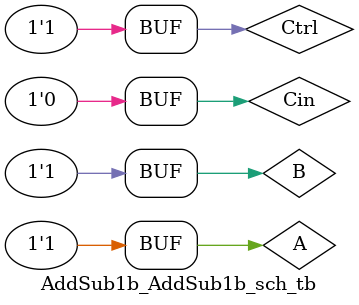
<source format=v>

`timescale 1ns / 1ps

module AddSub1b_AddSub1b_sch_tb();

// Inputs
   reg A;
   reg B;
   reg Ctrl;
   reg Cin;

// Output
   wire S;
   wire Cout;

// Bidirs

// Instantiate the UUT
   AddSub1b UUT (
		.A(A), 
		.B(B), 
		.Ctrl(Ctrl), 
		.Cin(Cin), 
		.S(S), 
		.Cout(Cout)
   );
// Initialize Inputs
	initial begin
		Cin=0;
		A=1;B=1;Ctrl=0;#50;
		A=1;B=0;Ctrl=1;#50;
		A=1;B=1;Ctrl=1;#50;
		
	end
endmodule

</source>
